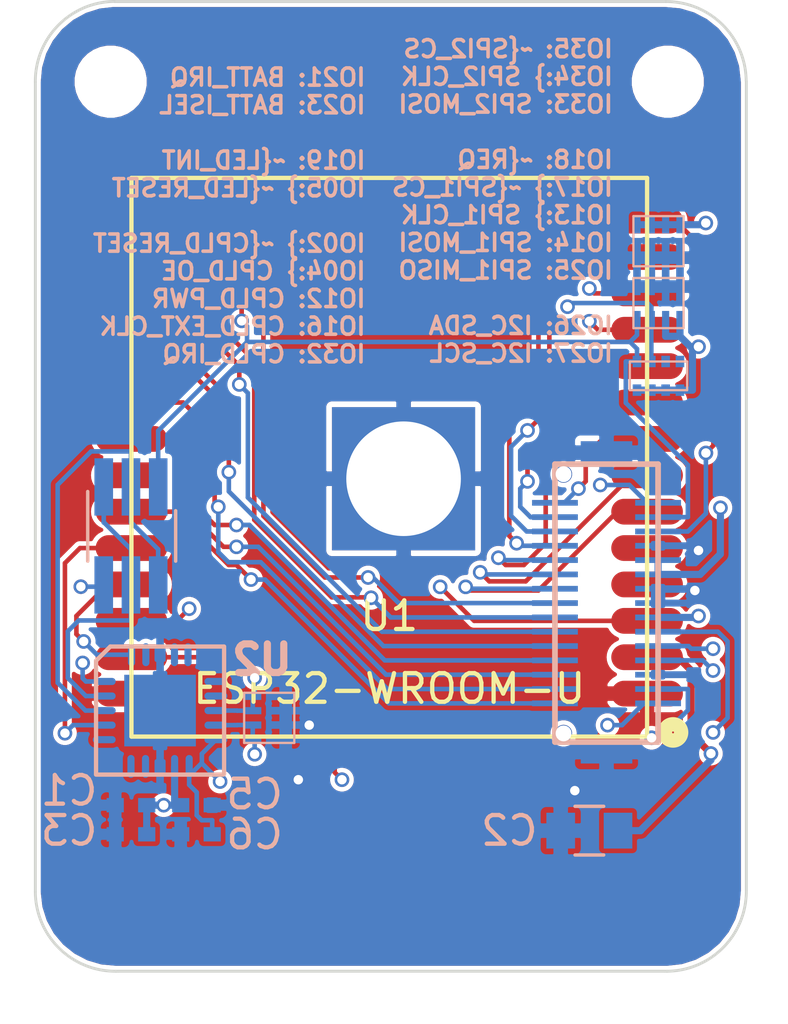
<source format=kicad_pcb>
(kicad_pcb (version 20171130) (host pcbnew 5.0.0)
  (title_block (title "WROOM32 Compute PCB") (date 2018-12-29) (rev 2) (company "Manuvr, Inc"))
  (layers (0 F.Cu signal hide) (1 Inner1.Cu signal hide) (2 Inner2.Cu signal hide) (31 B.Cu signal hide) (34 B.Paste user) (35 F.Paste user) (36 B.SilkS user) (37 F.SilkS user) (38 B.Mask user) (39 F.Mask user) (44 Edge.Cuts user))
  (net 0 "")
  (net 1 /VCCUSB)
  (net 2 GND)
  (net 3 /FTDI_RESET)
  (net 4 /VCC0)
  (net 5 "Net-(QA_NPN1-Pad1)")
  (net 6 "Net-(QA_NPN1-Pad2)")
  (net 7 /PIN_0)
  (net 8 /CHIP_PU)
  (net 9 /RxD)
  (net 10 /TxD)
  (net 11 /USB_D-)
  (net 12 /USB_D+)
  (net 13 /SPI2_MOSI)
  (net 14 /I2C_SCL)
  (net 15 /SPI2_CS)
  (net 16 /I2C_SDA)
  (net 17 /SPI2_CLK)
  (net 18 /~CPLD_RESET)
  (net 19 /IRQ_WAKEUP)
  (net 20 /SPI1_MISO)
  (net 21 /SPI1_MOSI)
  (net 22 /SPI1_CLK)
  (net 23 /CPLD_OE)
  (net 24 /CPLD_EXT_CLK)
  (net 25 /~REQ)
  (net 26 /ALERT)
  (net 27 /~LED_INT)
  (net 28 /~SHUTDOWN)
  (net 29 /~LED_RESET)
  (net 30 /ISEL)
  (net 31 /SPI1_CS)
  (net 32 "Net-(RP1-Pad7)")
  (net 33 "Net-(RP1-Pad8)")
  (net 34 "Net-(U1-Pad32)")
  (net 35 "Net-(U1-Pad23)")
  (net 36 "Net-(U1-Pad22)")
  (net 37 "Net-(U1-Pad21)")
  (net 38 "Net-(U1-Pad20)")
  (net 39 "Net-(U1-Pad19)")
  (net 40 "Net-(U1-Pad18)")
  (net 41 "Net-(U1-Pad17)")
  (net 42 "Net-(U1-Pad5)")
  (net 43 "Net-(U1-Pad4)")
  (net 44 "Net-(U2-Pad2)")
  (net 45 "Net-(U2-Pad4)")
  (net 46 "Net-(U2-Pad5)")
  (net 47 "Net-(U2-Pad6)")
  (net 48 "Net-(U2-Pad7)")
  (net 49 "Net-(U2-Pad14)")
  (net 50 "Net-(U2-Pad15)")
  (net 51 "Net-(U2-Pad16)")
  (module ESP32-footprints-Lib:ESP32-WROOM-U (layer F.Cu) (at 30.226 36.83)
    (fp_text reference U1 (at 0 2.54 180) (layer F.SilkS))
    (fp_text value ESP32-WROOM_U hide)
    (fp_text user ESP32-WROOM-U (at 0 5.08 180) (layer F.SilkS))
    (pad 39 thru_hole rect (at 0.5 -2.25) (size 5 5) (drill 4) (layers *.Cu *.Mask) (net 2 GND))
    (pad 1 smd oval (at 9 5.25) (size 2.5 0.9) (layers F.Cu F.Paste F.Mask) (net 2 GND))
    (pad 2 smd oval (at 9 3.98) (size 2.5 0.9) (layers F.Cu F.Paste F.Mask) (net 4 /VCC0))
    (pad 3 smd oval (at 9 2.71) (size 2.5 0.9) (layers F.Cu F.Paste F.Mask) (net 8 /CHIP_PU))
    (pad 4 smd oval (at 9 1.44) (size 2.5 0.9) (layers F.Cu F.Paste F.Mask) (net 43 "Net-(U1-Pad4)"))
    (pad 5 smd oval (at 9 0.17) (size 2.5 0.9) (layers F.Cu F.Paste F.Mask) (net 42 "Net-(U1-Pad5)"))
    (pad 6 smd oval (at 9 -1.1) (size 2.5 0.9) (layers F.Cu F.Paste F.Mask) (net 17 /SPI2_CLK))
    (pad 7 smd oval (at 9 -2.37) (size 2.5 0.9) (layers F.Cu F.Paste F.Mask) (net 15 /SPI2_CS))
    (pad 8 smd oval (at 9 -3.64) (size 2.5 0.9) (layers F.Cu F.Paste F.Mask) (net 19 /IRQ_WAKEUP))
    (pad 9 smd oval (at 9 -4.91) (size 2.5 0.9) (layers F.Cu F.Paste F.Mask) (net 13 /SPI2_MOSI))
    (pad 10 smd oval (at 9 -6.18) (size 2.5 0.9) (layers F.Cu F.Paste F.Mask) (net 20 /SPI1_MISO))
    (pad 11 smd oval (at 9 -7.45) (size 2.5 0.9) (layers F.Cu F.Paste F.Mask) (net 16 /I2C_SDA))
    (pad 12 smd oval (at 9 -8.72) (size 2.5 0.9) (layers F.Cu F.Paste F.Mask) (net 14 /I2C_SCL))
    (pad 13 smd oval (at 9 -9.99) (size 2.5 0.9) (layers F.Cu F.Paste F.Mask) (net 21 /SPI1_MOSI))
    (pad 14 smd oval (at 9 -11.26) (size 2.5 0.9) (layers F.Cu F.Paste F.Mask) (net 28 /~SHUTDOWN))
    (pad 15 smd oval (at 5.715 -12.75) (size 0.9 2.5) (layers F.Cu F.Paste F.Mask) (net 2 GND))
    (pad 16 smd oval (at 4.445 -12.75) (size 0.9 2.5) (layers F.Cu F.Paste F.Mask) (net 22 /SPI1_CLK))
    (pad 17 smd oval (at 3.175 -12.75) (size 0.9 2.5) (layers F.Cu F.Paste F.Mask) (net 41 "Net-(U1-Pad17)"))
    (pad 18 smd oval (at 1.905 -12.75) (size 0.9 2.5) (layers F.Cu F.Paste F.Mask) (net 40 "Net-(U1-Pad18)"))
    (pad 19 smd oval (at 0.635 -12.75) (size 0.9 2.5) (layers F.Cu F.Paste F.Mask) (net 39 "Net-(U1-Pad19)"))
    (pad 20 smd oval (at -0.635 -12.75) (size 0.9 2.5) (layers F.Cu F.Paste F.Mask) (net 38 "Net-(U1-Pad20)"))
    (pad 21 smd oval (at -1.905 -12.75) (size 0.9 2.5) (layers F.Cu F.Paste F.Mask) (net 37 "Net-(U1-Pad21)"))
    (pad 22 smd oval (at -3.175 -12.75) (size 0.9 2.5) (layers F.Cu F.Paste F.Mask) (net 36 "Net-(U1-Pad22)"))
    (pad 23 smd oval (at -4.445 -12.75) (size 0.9 2.5) (layers F.Cu F.Paste F.Mask) (net 35 "Net-(U1-Pad23)"))
    (pad 24 smd oval (at -5.715 -12.75) (size 0.9 2.5) (layers F.Cu F.Paste F.Mask) (net 18 /~CPLD_RESET))
    (pad 25 smd oval (at -9 -11.26) (size 2.5 0.9) (layers F.Cu F.Paste F.Mask) (net 7 /PIN_0))
    (pad 26 smd oval (at -9 -9.99) (size 2.5 0.9) (layers F.Cu F.Paste F.Mask) (net 23 /CPLD_OE))
    (pad 27 smd oval (at -9 -8.72) (size 2.5 0.9) (layers F.Cu F.Paste F.Mask) (net 24 /CPLD_EXT_CLK))
    (pad 28 smd oval (at -9 -7.45) (size 2.5 0.9) (layers F.Cu F.Paste F.Mask) (net 31 /SPI1_CS))
    (pad 29 smd oval (at -9 -6.18) (size 2.5 0.9) (layers F.Cu F.Paste F.Mask) (net 29 /~LED_RESET))
    (pad 30 smd oval (at -9 -4.91) (size 2.5 0.9) (layers F.Cu F.Paste F.Mask) (net 25 /~REQ))
    (pad 31 smd oval (at -9 -3.64) (size 2.5 0.9) (layers F.Cu F.Paste F.Mask) (net 27 /~LED_INT))
    (pad 32 smd oval (at -9 -2.37) (size 2.5 0.9) (layers F.Cu F.Paste F.Mask) (net 34 "Net-(U1-Pad32)"))
    (pad 33 smd oval (at -9 -1.1) (size 2.5 0.9) (layers F.Cu F.Paste F.Mask) (net 26 /ALERT))
    (pad 34 smd oval (at -9 0.17) (size 2.5 0.9) (layers F.Cu F.Paste F.Mask) (net 10 /TxD))
    (pad 35 smd oval (at -9 1.44) (size 2.5 0.9) (layers F.Cu F.Paste F.Mask) (net 9 /RxD))
    (pad 36 smd oval (at -9 2.71) (size 2.5 0.9) (layers F.Cu F.Paste F.Mask) (net 3 /FTDI_RESET))
    (pad 37 smd oval (at -9 3.98) (size 2.5 0.9) (layers F.Cu F.Paste F.Mask) (net 30 /ISEL))
    (pad 38 smd oval (at -9 5.25) (size 2.5 0.9) (layers F.Cu F.Paste F.Mask) (net 2 GND))
  )
  (module Mounting_Holes:MountingHole_2.2mm_M2_DIN965 (layer F.Cu) (at 39.95 20.72)
    (fp_text reference mh1 hide)
    (fp_text value MountingHole_2.2mm_M2_DIN965 hide)
    (pad "" np_thru_hole circle (at 0 0) (size 2.2 2.2) (drill 2.2) (layers *.Cu *.Mask))
  )
  (module r2Parts:LFCSP_WQ20 (layer B.Cu) (at 22.225 42.672 270)
    (fp_text reference U2 (at -1.778 -3.556 180) (layer B.SilkS) (effects (font (size 1.00076 1.00076) (thickness 0.25019)) (justify mirror)))
    (fp_text value FT231XS hide)
    (pad 1 smd oval (at -1.95 0.99568 270) (size 0.8001 0.24892) (layers B.Cu B.Paste B.Mask) (net 9 /RxD))
    (pad 2 smd oval (at -1.95 0.4953 270) (size 0.8001 0.24892) (layers B.Cu B.Paste B.Mask) (net 44 "Net-(U2-Pad2)"))
    (pad 3 smd oval (at -1.95 0 270) (size 0.8001 0.24892) (layers B.Cu B.Paste B.Mask) (net 2 GND))
    (pad 4 smd oval (at -1.95 -0.50292 270) (size 0.8001 0.24892) (layers B.Cu B.Paste B.Mask) (net 45 "Net-(U2-Pad4)"))
    (pad 5 smd oval (at -1.95 -0.975 270) (size 0.8001 0.24892) (layers B.Cu B.Paste B.Mask) (net 46 "Net-(U2-Pad5)"))
    (pad 6 smd oval (at -1.016 -1.95 180) (size 0.8001 0.25) (layers B.Cu B.Paste B.Mask) (net 47 "Net-(U2-Pad6)"))
    (pad 7 smd oval (at -0.508 -1.95 180) (size 0.8001 0.25) (layers B.Cu B.Paste B.Mask) (net 48 "Net-(U2-Pad7)"))
    (pad 8 smd oval (at 0 -1.95 180) (size 0.8001 0.25) (layers B.Cu B.Paste B.Mask) (net 12 /USB_D+))
    (pad 9 smd oval (at 0.508 -1.95 180) (size 0.8001 0.25) (layers B.Cu B.Paste B.Mask) (net 11 /USB_D-))
    (pad 10 smd oval (at 1.016 -1.95 180) (size 0.8001 0.25) (layers B.Cu B.Paste B.Mask) (net 3 /FTDI_RESET))
    (pad 11 smd oval (at 1.95 -1.016 90) (size 0.8001 0.24892) (layers B.Cu B.Paste B.Mask) (net 3 /FTDI_RESET))
    (pad 12 smd oval (at 1.95 -0.508 90) (size 0.8001 0.24892) (layers B.Cu B.Paste B.Mask) (net 1 /VCCUSB))
    (pad 13 smd oval (at 1.95 0 90) (size 0.8001 0.24892) (layers B.Cu B.Paste B.Mask) (net 2 GND))
    (pad 14 smd oval (at 1.95 0.508 90) (size 0.8001 0.24892) (layers B.Cu B.Paste B.Mask) (net 49 "Net-(U2-Pad14)"))
    (pad 15 smd oval (at 1.95 1.016 90) (size 0.8001 0.24892) (layers B.Cu B.Paste B.Mask) (net 50 "Net-(U2-Pad15)"))
    (pad 16 smd oval (at 1.016 1.95) (size 0.8001 0.24892) (layers B.Cu B.Paste B.Mask) (net 51 "Net-(U2-Pad16)"))
    (pad 17 smd oval (at 0.508 1.95) (size 0.8001 0.24892) (layers B.Cu B.Paste B.Mask) (net 10 /TxD))
    (pad 18 smd oval (at 0 1.95) (size 0.8001 0.24892) (layers B.Cu B.Paste B.Mask) (net 6 "Net-(QA_NPN1-Pad2)"))
    (pad 19 smd oval (at -0.508 1.95) (size 0.8001 0.24892) (layers B.Cu B.Paste B.Mask) (net 5 "Net-(QA_NPN1-Pad1)"))
    (pad 20 smd oval (at -1.016 1.95) (size 0.8001 0.24892) (layers B.Cu B.Paste B.Mask) (net 3 /FTDI_RESET))
    (pad 21 smd rect (at 0 0 270) (size 2.5 2.5) (layers B.Cu B.Paste B.Mask) (net 2 GND))
  )
  (module Capacitors_SMD:C_0402_NoSilk (layer B.Cu) (at 21.209 45.974 180)
    (fp_text reference C1 (at 2.159 0.508 180) (layer B.SilkS) (effects (justify mirror)))
    (fp_text value 10nF hide)
    (pad 1 smd rect (at -0.55 0 180) (size 0.6 0.5) (layers B.Cu B.Paste B.Mask) (net 1 /VCCUSB))
    (pad 2 smd rect (at 0.55 0 180) (size 0.6 0.5) (layers B.Cu B.Paste B.Mask) (net 2 GND))
  )
  (module Capacitors_SMD:C_0402_NoSilk (layer B.Cu) (at 21.209 46.99 180)
    (fp_text reference C3 (at 2.159 0.127 180) (layer B.SilkS) (effects (justify mirror)))
    (fp_text value 4.7uF hide)
    (pad 1 smd rect (at -0.55 0 180) (size 0.6 0.5) (layers B.Cu B.Paste B.Mask) (net 1 /VCCUSB))
    (pad 2 smd rect (at 0.55 0 180) (size 0.6 0.5) (layers B.Cu B.Paste B.Mask) (net 2 GND))
  )
  (module Capacitors_SMD:C_0402_NoSilk (layer B.Cu) (at 23.495 45.974)
    (fp_text reference C5 (at 2.032 -0.381) (layer B.SilkS) (effects (justify mirror)))
    (fp_text value 0.1uF hide)
    (pad 1 smd rect (at -0.55 0) (size 0.6 0.5) (layers B.Cu B.Paste B.Mask) (net 1 /VCCUSB))
    (pad 2 smd rect (at 0.55 0) (size 0.6 0.5) (layers B.Cu B.Paste B.Mask) (net 2 GND))
  )
  (module Capacitors_SMD:C_0402_NoSilk (layer B.Cu) (at 23.495 46.99 180)
    (fp_text reference C6 (at -2.032 0 180) (layer B.SilkS) (effects (justify mirror)))
    (fp_text value 0.1uF hide)
    (pad 1 smd rect (at -0.55 0 180) (size 0.6 0.5) (layers B.Cu B.Paste B.Mask) (net 3 /FTDI_RESET))
    (pad 2 smd rect (at 0.55 0 180) (size 0.6 0.5) (layers B.Cu B.Paste B.Mask) (net 2 GND))
  )
  (module r2Parts:CapArray_CKCL44 (layer B.Cu) (at 39.624 28.448)
    (fp_text reference CARY3 hide)
    (fp_text value 100nF hide)
    (pad 1 smd rect (at -0.75 -0.575) (size 0.25 0.6) (layers B.Cu B.Paste B.Mask) (net 2 GND))
    (pad 2 smd rect (at -0.75 0.575) (size 0.25 0.6) (layers B.Cu B.Paste B.Mask) (net 7 /PIN_0))
    (pad 3 smd rect (at -0.25 -0.575) (size 0.25 0.6) (layers B.Cu B.Paste B.Mask) (net 2 GND))
    (pad 4 smd rect (at -0.25 0.575) (size 0.25 0.6) (layers B.Cu B.Paste B.Mask) (net 8 /CHIP_PU))
    (pad 5 smd rect (at 0.25 -0.575) (size 0.25 0.6) (layers B.Cu B.Paste B.Mask) (net 2 GND))
    (pad 6 smd rect (at 0.25 0.575) (size 0.25 0.6) (layers B.Cu B.Paste B.Mask) (net 4 /VCC0))
    (pad 7 smd rect (at 0.75 -0.575) (size 0.25 0.6) (layers B.Cu B.Paste B.Mask) (net 2 GND))
    (pad 8 smd rect (at 0.75 0.575) (size 0.25 0.6) (layers B.Cu B.Paste B.Mask) (net 4 /VCC0))
  )
  (module r2Parts:RES_4_EXBN8V (layer B.Cu) (at 39.624 30.988 270)
    (fp_text reference RP1 hide)
    (fp_text value 15k hide)
    (pad 1 smd rect (at 0.5 -0.75 270) (size 0.4 0.3) (layers B.Cu B.Paste B.Mask) (net 4 /VCC0))
    (pad 2 smd rect (at 0.5 -0.25 270) (size 0.4 0.3) (layers B.Cu B.Paste B.Mask) (net 4 /VCC0))
    (pad 3 smd rect (at 0.5 0.25 270) (size 0.4 0.3) (layers B.Cu B.Paste B.Mask) (net 4 /VCC0))
    (pad 4 smd rect (at 0.5 0.75 270) (size 0.4 0.3) (layers B.Cu B.Paste B.Mask) (net 4 /VCC0))
    (pad 5 smd rect (at -0.5 0.75 270) (size 0.4 0.3) (layers B.Cu B.Paste B.Mask) (net 7 /PIN_0))
    (pad 6 smd rect (at -0.5 0.25 270) (size 0.4 0.3) (layers B.Cu B.Paste B.Mask) (net 8 /CHIP_PU))
    (pad 7 smd rect (at -0.5 -0.25 270) (size 0.4 0.3) (layers B.Cu B.Paste B.Mask) (net 32 "Net-(RP1-Pad7)"))
    (pad 8 smd rect (at -0.5 -0.75 270) (size 0.4 0.3) (layers B.Cu B.Paste B.Mask) (net 33 "Net-(RP1-Pad8)"))
  )
  (module Mounting_Holes:MountingHole_2.2mm_M2_DIN965 (layer F.Cu) (at 20.5 20.72)
    (fp_text reference mh0 hide)
    (fp_text value MountingHole_2.2mm_M2_DIN965 hide)
    (pad "" np_thru_hole circle (at 0 0) (size 2.2 2.2) (drill 2.2) (layers *.Cu *.Mask))
  )
  (module manuvr_logo:ManuvrLogo (layer F.Cu) (at 38.862 48.641 35)
    (fp_text reference P4 hide)
    (fp_text value CONN_01X01 hide)
    (fp_poly (pts (xy 2.51714 1.10998) (xy 2.51714 1.26492) (xy 2.5019 1.41986) (xy 2.47396 1.57226) (xy 2.43332 1.72212) (xy 2.38252 1.86436) (xy 2.3241 1.99136) (xy 2.25298 2.11582) (xy 2.17678 2.23266) (xy 2.08788 2.34442) (xy 2.00914 2.42824) (xy 1.94564 2.4892) (xy 1.94564 1.13792) (xy 1.93802 1.01854) (xy 1.92278 0.9271) (xy 1.88722 0.79756) (xy 1.8415 0.67818) (xy 1.78562 0.56134) (xy 1.71704 0.45466) (xy 1.6383 0.35306) (xy 1.5494 0.26416) (xy 1.45034 0.18034) (xy 1.34366 0.10922) (xy 1.22936 0.0508) (xy 1.10998 0.00254) (xy 1.10236 0) (xy 1.04394 -0.01778) (xy 0.99568 -0.03048) (xy 0.94742 -0.04318) (xy 0.9017 -0.04826) (xy 0.85344 -0.05334) (xy 0.8001 -0.05588) (xy 0.7366 -0.05842) (xy 0.70866 -0.05842) (xy 0.64008 -0.05842) (xy 0.58166 -0.05588) (xy 0.53086 -0.0508) (xy 0.48514 -0.04572) (xy 0.43942 -0.03556) (xy 0.39116 -0.02286) (xy 0.33782 -0.00508) (xy 0.31496 0) (xy 0.19304 0.04826) (xy 0.0762 0.10668) (xy -0.02794 0.1778) (xy -0.12446 0.25654) (xy -0.21336 0.34798) (xy -0.29464 0.44704) (xy -0.36322 0.55372) (xy -0.4191 0.66802) (xy -0.46736 0.7874) (xy -0.50038 0.9144) (xy -0.5207 1.03886) (xy -0.52578 1.09474) (xy -0.52832 1.16078) (xy -0.52578 1.2319) (xy -0.5207 1.30048) (xy -0.51308 1.36398) (xy -0.508 1.40462) (xy -0.47498 1.53416) (xy -0.42926 1.65608) (xy -0.37338 1.77292) (xy -0.3048 1.88214) (xy -0.22606 1.9812) (xy -0.13716 2.07518) (xy -0.04064 2.15646) (xy 0.0635 2.23012) (xy 0.1778 2.29108) (xy 0.29972 2.34188) (xy 0.32004 2.34696) (xy 0.4445 2.38252) (xy 0.5715 2.40284) (xy 0.70104 2.41046) (xy 0.83312 2.40284) (xy 0.9271 2.39014) (xy 1.05156 2.3622) (xy 1.17348 2.32156) (xy 1.28778 2.26568) (xy 1.397 2.20218) (xy 1.4986 2.12598) (xy 1.59258 2.03962) (xy 1.6764 1.9431) (xy 1.75006 1.83896) (xy 1.8161 1.7272) (xy 1.8669 1.6129) (xy 1.90246 1.50114) (xy 1.92786 1.3843) (xy 1.9431 1.26238) (xy 1.94564 1.13792) (xy 1.94564 2.4892) (xy 1.8923 2.54) (xy 1.76784 2.63906) (xy 1.63576 2.72542) (xy 1.49606 2.80162) (xy 1.34874 2.86512) (xy 1.19634 2.91592) (xy 1.18364 2.91846) (xy 1.08712 2.94132) (xy 0.98552 2.9591) (xy 0.87884 2.9718) (xy 0.7747 2.97942) (xy 0.6731 2.98196) (xy 0.58928 2.97942) (xy 0.42418 2.9591) (xy 0.26416 2.92608) (xy 0.11176 2.88036) (xy -0.03302 2.82194) (xy -0.17526 2.75082) (xy -0.30734 2.667) (xy -0.43688 2.57302) (xy -0.45466 2.55778) (xy -0.5715 2.4511) (xy -0.67818 2.33426) (xy -0.77216 2.2098) (xy -0.85598 2.07772) (xy -0.92964 1.93802) (xy -0.9906 1.79324) (xy -1.03632 1.64338) (xy -1.07188 1.49098) (xy -1.0922 1.33604) (xy -1.09728 1.24206) (xy -1.09982 1.14046) (xy -1.09474 1.03378) (xy -1.08458 0.93218) (xy -1.06934 0.83566) (xy -1.05918 0.7874) (xy -1.01854 0.63246) (xy -0.9652 0.48514) (xy -0.9017 0.34544) (xy -0.8255 0.21082) (xy -0.7366 0.08382) (xy -0.64008 -0.03048) (xy -0.5334 -0.14224) (xy -0.4191 -0.2413) (xy -0.29464 -0.33274) (xy -0.1651 -0.41148) (xy -0.02794 -0.48006) (xy 0.1143 -0.53594) (xy 0.26416 -0.58166) (xy 0.35052 -0.60198) (xy 0.42672 -0.61468) (xy 0.49276 -0.62484) (xy 0.5588 -0.62992) (xy 0.62738 -0.635) (xy 0.70358 -0.635) (xy 0.7112 -0.635) (xy 0.86614 -0.62992) (xy 1.016 -0.61214) (xy 1.16078 -0.57912) (xy 1.30556 -0.53594) (xy 1.4478 -0.48006) (xy 1.53416 -0.43688) (xy 1.67132 -0.36068) (xy 1.79832 -0.27178) (xy 1.9177 -0.17272) (xy 2.02946 -0.06604) (xy 2.12852 0.0508) (xy 2.21996 0.17526) (xy 2.2987 0.30734) (xy 2.36728 0.4445) (xy 2.42316 0.58928) (xy 2.46634 0.7366) (xy 2.49936 0.889) (xy 2.50698 0.95504) (xy 2.51714 1.10998)) (layer F.Cu) (width 0.00254))
    (fp_poly (pts (xy -1.45288 0.77978) (xy -1.46304 0.83566) (xy -1.47574 0.92456) (xy -1.48336 1.02362) (xy -1.4859 1.12776) (xy -1.4859 1.2319) (xy -1.48082 1.33604) (xy -1.4732 1.43256) (xy -1.46558 1.48336) (xy -1.4605 1.51892) (xy -1.45796 1.5494) (xy -1.45542 1.56972) (xy -1.45288 1.58242) (xy -1.45796 1.57988) (xy -1.4732 1.56464) (xy -1.49606 1.54178) (xy -1.52908 1.5113) (xy -1.56972 1.47066) (xy -1.61544 1.42494) (xy -1.66878 1.3716) (xy -1.7272 1.31318) (xy -1.79324 1.24714) (xy -1.86436 1.17856) (xy -1.93802 1.10236) (xy -2.01676 1.02616) (xy -2.09804 0.94234) (xy -2.18186 0.85852) (xy -2.19456 0.84582) (xy -2.29362 0.74676) (xy -2.38506 0.65532) (xy -2.46634 0.57404) (xy -2.54 0.50038) (xy -2.60604 0.43434) (xy -2.66446 0.37592) (xy -2.71526 0.32512) (xy -2.75844 0.2794) (xy -2.79654 0.2413) (xy -2.82956 0.20574) (xy -2.8575 0.1778) (xy -2.88036 0.15494) (xy -2.89814 0.13462) (xy -2.91338 0.11684) (xy -2.92354 0.10414) (xy -2.9337 0.09144) (xy -2.94132 0.08382) (xy -2.9464 0.0762) (xy -2.94894 0.06858) (xy -2.95148 0.0635) (xy -2.96164 0.0381) (xy -2.96926 0.01778) (xy -2.9718 -0.00254) (xy -2.9718 -0.03302) (xy -2.9718 -0.04826) (xy -2.96926 -0.1016) (xy -2.9591 -0.14732) (xy -2.94132 -0.18796) (xy -2.91338 -0.22606) (xy -2.90068 -0.23876) (xy -2.86004 -0.27686) (xy -2.8194 -0.3048) (xy -2.77368 -0.32258) (xy -2.76098 -0.32766) (xy -2.69748 -0.33528) (xy -2.63652 -0.33274) (xy -2.5781 -0.31242) (xy -2.54762 -0.29972) (xy -2.53746 -0.2921) (xy -2.52222 -0.27686) (xy -2.49682 -0.25654) (xy -2.46634 -0.22606) (xy -2.42824 -0.1905) (xy -2.37998 -0.14478) (xy -2.3241 -0.0889) (xy -2.2606 -0.0254) (xy -2.18694 0.04318) (xy -2.10566 0.12446) (xy -2.01422 0.2159) (xy -1.98374 0.24892) (xy -1.45288 0.77978)) (layer F.Cu) (width 0.00254))
    (fp_poly (pts (xy -0.53594 -0.63754) (xy -0.58928 -0.59944) (xy -0.69342 -0.51816) (xy -0.79502 -0.42672) (xy -0.89662 -0.32766) (xy -0.9906 -0.21844) (xy -1.05918 -0.12954) (xy -1.10744 -0.06858) (xy -1.1049 -1.42494) (xy -1.10236 -2.7813) (xy -1.0795 -2.82956) (xy -1.04648 -2.8829) (xy -1.0033 -2.92862) (xy -0.94996 -2.96418) (xy -0.9398 -2.9718) (xy -0.9144 -2.98196) (xy -0.89662 -2.98958) (xy -0.8763 -2.99212) (xy -0.8509 -2.99466) (xy -0.82042 -2.99466) (xy -0.7874 -2.99466) (xy -0.76454 -2.99212) (xy -0.74422 -2.98704) (xy -0.7239 -2.98196) (xy -0.70104 -2.96926) (xy -0.69596 -2.96672) (xy -0.64008 -2.9337) (xy -0.5969 -2.88798) (xy -0.56134 -2.83464) (xy -0.5588 -2.82956) (xy -0.53848 -2.78892) (xy -0.53594 -1.7145) (xy -0.53594 -0.63754)) (layer F.Cu) (width 0.00254))
    (fp_poly (pts (xy 2.50952 -1.4351) (xy 2.50952 -1.27762) (xy 2.50952 -1.18364) (xy 2.50698 -0.09398) (xy 2.4765 -0.13462) (xy 2.40284 -0.2286) (xy 2.31902 -0.32258) (xy 2.22758 -0.41402) (xy 2.1336 -0.50038) (xy 2.03962 -0.57658) (xy 1.96596 -0.63246) (xy 1.93294 -0.65532) (xy 1.93294 -1.47066) (xy 1.93294 -1.6002) (xy 1.93294 -1.7145) (xy 1.93294 -1.8161) (xy 1.93294 -1.90754) (xy 1.93294 -1.98628) (xy 1.93294 -2.05486) (xy 1.93294 -2.11582) (xy 1.93548 -2.16662) (xy 1.93548 -2.2098) (xy 1.93548 -2.2479) (xy 1.93802 -2.27838) (xy 1.94056 -2.30378) (xy 1.9431 -2.3241) (xy 1.94564 -2.34188) (xy 1.94818 -2.35458) (xy 1.95326 -2.36728) (xy 1.9558 -2.37744) (xy 1.96088 -2.3876) (xy 1.9685 -2.39776) (xy 1.97358 -2.40538) (xy 2.00406 -2.45364) (xy 2.04724 -2.49174) (xy 2.09804 -2.52222) (xy 2.15392 -2.54254) (xy 2.2098 -2.55016) (xy 2.26314 -2.54762) (xy 2.32664 -2.52984) (xy 2.37998 -2.49936) (xy 2.42824 -2.46126) (xy 2.46634 -2.413) (xy 2.49174 -2.35712) (xy 2.50444 -2.31394) (xy 2.50444 -2.30124) (xy 2.50444 -2.2733) (xy 2.50698 -2.23266) (xy 2.50698 -2.17932) (xy 2.50698 -2.11074) (xy 2.50952 -2.02946) (xy 2.50952 -1.93548) (xy 2.50952 -1.8288) (xy 2.50952 -1.70942) (xy 2.50952 -1.57734) (xy 2.50952 -1.4351)) (layer F.Cu) (width 0.00254))
    (fp_poly (pts (xy 1.5494 -1.41986) (xy 1.5494 -1.3208) (xy 1.5494 -1.2319) (xy 1.5494 -1.14808) (xy 1.5494 -1.07442) (xy 1.5494 -1.01092) (xy 1.54686 -0.95758) (xy 1.54686 -0.9144) (xy 1.54686 -0.88392) (xy 1.54686 -0.86614) (xy 1.54686 -0.86106) (xy 1.5367 -0.8636) (xy 1.52908 -0.86614) (xy 1.51892 -0.87122) (xy 1.4986 -0.87884) (xy 1.46812 -0.889) (xy 1.4351 -0.9017) (xy 1.42494 -0.90424) (xy 1.33858 -0.93218) (xy 1.24714 -0.95758) (xy 1.15316 -0.98044) (xy 1.0668 -0.99568) (xy 1.05156 -0.99822) (xy 0.97282 -1.01092) (xy 0.97536 -1.93802) (xy 0.97536 -2.86766) (xy 0.99314 -2.90576) (xy 1.02362 -2.96418) (xy 1.06172 -3.01244) (xy 1.10998 -3.048) (xy 1.16586 -3.0734) (xy 1.22682 -3.08864) (xy 1.26238 -3.09118) (xy 1.32588 -3.08356) (xy 1.3843 -3.06324) (xy 1.4351 -3.03276) (xy 1.48082 -2.99212) (xy 1.51638 -2.93878) (xy 1.53162 -2.9083) (xy 1.54686 -2.86766) (xy 1.5494 -1.86436) (xy 1.5494 -1.74498) (xy 1.5494 -1.63068) (xy 1.5494 -1.52146) (xy 1.5494 -1.41986)) (layer F.Cu) (width 0.00254))
    (fp_poly (pts (xy 0.56388 -1.02362) (xy 0.52324 -1.01854) (xy 0.4064 -1.0033) (xy 0.29972 -0.98552) (xy 0.20066 -0.9652) (xy 0.10414 -0.9398) (xy 0.1016 -0.9398) (xy 0.06604 -0.92964) (xy 0.0381 -0.91948) (xy 0.0127 -0.9144) (xy 0 -0.91186) (xy -0.0127 -0.90678) (xy -0.0127 -1.99136) (xy -0.0127 -2.15138) (xy -0.0127 -2.2987) (xy -0.0127 -2.43586) (xy -0.0127 -2.56032) (xy -0.0127 -2.67462) (xy -0.01016 -2.77368) (xy -0.01016 -2.86258) (xy -0.01016 -2.93878) (xy -0.01016 -2.99974) (xy -0.00762 -3.048) (xy -0.00762 -3.08356) (xy -0.00762 -3.10388) (xy -0.00508 -3.1115) (xy 0.01016 -3.16992) (xy 0.0381 -3.22072) (xy 0.0762 -3.26644) (xy 0.12192 -3.302) (xy 0.17526 -3.32994) (xy 0.23114 -3.34518) (xy 0.28956 -3.34772) (xy 0.32258 -3.34264) (xy 0.38354 -3.32486) (xy 0.43942 -3.29438) (xy 0.48514 -3.25374) (xy 0.52324 -3.20294) (xy 0.53848 -3.175) (xy 0.5588 -3.12674) (xy 0.56134 -2.07518) (xy 0.56388 -1.02362)) (layer F.Cu) (width 0.00254))
    (fp_poly (pts (xy 1.54432 1.17094) (xy 1.5367 1.27762) (xy 1.51892 1.38176) (xy 1.4859 1.47828) (xy 1.44272 1.57226) (xy 1.38938 1.65608) (xy 1.32588 1.73482) (xy 1.25222 1.80594) (xy 1.17348 1.8669) (xy 1.08458 1.9177) (xy 0.9906 1.95834) (xy 0.889 1.98628) (xy 0.78232 2.00152) (xy 0.73914 2.00406) (xy 0.70612 2.0066) (xy 0.6731 2.0066) (xy 0.6477 2.0066) (xy 0.63754 2.00406) (xy 0.52832 1.98628) (xy 0.42672 1.9558) (xy 0.3302 1.91516) (xy 0.2413 1.86436) (xy 0.16002 1.80086) (xy 0.0889 1.73228) (xy 0.0254 1.65354) (xy -0.0254 1.56718) (xy -0.06858 1.47574) (xy -0.09906 1.37668) (xy -0.11938 1.27508) (xy -0.12446 1.1684) (xy -0.12446 1.12776) (xy -0.11176 1.02108) (xy -0.08636 0.91948) (xy -0.04826 0.82042) (xy 0 0.72898) (xy 0.05842 0.64516) (xy 0.12954 0.56896) (xy 0.21082 0.50292) (xy 0.29718 0.4445) (xy 0.39624 0.39878) (xy 0.45212 0.37592) (xy 0.51054 0.36068) (xy 0.56388 0.34798) (xy 0.61976 0.34036) (xy 0.68072 0.33782) (xy 0.74676 0.34036) (xy 0.8255 0.34544) (xy 0.89916 0.35814) (xy 0.96774 0.37592) (xy 1.03632 0.40386) (xy 1.06172 0.41402) (xy 1.15824 0.46736) (xy 1.2446 0.53086) (xy 1.3208 0.60452) (xy 1.38684 0.68326) (xy 1.44272 0.77216) (xy 1.48844 0.86614) (xy 1.51892 0.9652) (xy 1.53924 1.06934) (xy 1.54432 1.17094)) (layer F.Cu) (width 0.00254))
  )
  (module "r2Parts:DF12(4.0)-30DS-0.5V(86)" (layer B.Cu) (at 37.81 38.92)
    (fp_text reference P1 hide)
    (fp_text value HiRose-02X15 hide)
    (pad "" np_thru_hole circle (at -1.5 -4.5) (size 0.6 0.6) (drill 0.55) (layers *.Cu))
    (pad "" np_thru_hole circle (at -1.5 4.55) (size 0.6 0.6) (drill 0.55) (layers *.Cu))
    (pad N0 smd rect (at 0 5.2) (size 1.8 0.8) (layers B.Cu B.Paste B.Mask) (net 2 GND))
    (pad N1 smd rect (at 0 -5.25) (size 1.8 0.8) (layers B.Cu B.Paste B.Mask) (net 2 GND))
    (pad 1 smd rect (at -1.8 3.5) (size 1.6 0.2) (layers B.Cu B.Paste B.Mask) (net 26 /ALERT))
    (pad 2 smd rect (at -1.8 3) (size 1.6 0.2) (layers B.Cu B.Paste B.Mask) (net 29 /~LED_RESET))
    (pad 3 smd rect (at -1.8 2.5) (size 1.6 0.2) (layers B.Cu B.Paste B.Mask) (net 27 /~LED_INT))
    (pad 4 smd rect (at -1.8 2) (size 1.6 0.2) (layers B.Cu B.Paste B.Mask) (net 25 /~REQ))
    (pad 5 smd rect (at -1.8 1.5) (size 1.6 0.2) (layers B.Cu B.Paste B.Mask) (net 31 /SPI1_CS))
    (pad 6 smd rect (at -1.8 1) (size 1.6 0.2) (layers B.Cu B.Paste B.Mask) (net 24 /CPLD_EXT_CLK))
    (pad 7 smd rect (at -1.8 0.5) (size 1.6 0.2) (layers B.Cu B.Paste B.Mask) (net 23 /CPLD_OE))
    (pad 8 smd rect (at -1.8 0) (size 1.6 0.2) (layers B.Cu B.Paste B.Mask) (net 18 /~CPLD_RESET))
    (pad 9 smd rect (at -1.8 -0.5) (size 1.6 0.2) (layers B.Cu B.Paste B.Mask) (net 17 /SPI2_CLK))
    (pad 10 smd rect (at -1.8 -1) (size 1.6 0.2) (layers B.Cu B.Paste B.Mask) (net 15 /SPI2_CS))
    (pad 11 smd rect (at -1.8 -1.5) (size 1.6 0.2) (layers B.Cu B.Paste B.Mask) (net 13 /SPI2_MOSI))
    (pad 12 smd rect (at -1.8 -2) (size 1.6 0.2) (layers B.Cu B.Paste B.Mask) (net 22 /SPI1_CLK))
    (pad 13 smd rect (at -1.8 -2.5) (size 1.6 0.2) (layers B.Cu B.Paste B.Mask) (net 21 /SPI1_MOSI))
    (pad 14 smd rect (at -1.8 -3) (size 1.6 0.2) (layers B.Cu B.Paste B.Mask) (net 20 /SPI1_MISO))
    (pad 15 smd rect (at -1.8 -3.5) (size 1.6 0.2) (layers B.Cu B.Paste B.Mask) (net 19 /IRQ_WAKEUP))
    (pad 16 smd rect (at 1.8 -3.5 180) (size 1.6 0.2) (layers B.Cu B.Paste B.Mask) (net 8 /CHIP_PU))
    (pad 17 smd rect (at 1.8 -3 180) (size 1.6 0.2) (layers B.Cu B.Paste B.Mask) (net 7 /PIN_0))
    (pad 18 smd rect (at 1.8 -2.5 180) (size 1.6 0.2) (layers B.Cu B.Paste B.Mask) (net 28 /~SHUTDOWN))
    (pad 19 smd rect (at 1.8 -2 180) (size 1.6 0.2) (layers B.Cu B.Paste B.Mask) (net 2 GND))
    (pad 20 smd rect (at 1.8 -1.5 180) (size 1.6 0.2) (layers B.Cu B.Paste B.Mask) (net 4 /VCC0))
    (pad 21 smd rect (at 1.8 -1) (size 1.6 0.2) (layers B.Cu B.Paste B.Mask) (net 4 /VCC0))
    (pad 22 smd rect (at 1.8 -0.5) (size 1.6 0.2) (layers B.Cu B.Paste B.Mask) (net 2 GND))
    (pad 23 smd rect (at 1.8 0) (size 1.6 0.2) (layers B.Cu B.Paste B.Mask) (net 2 GND))
    (pad 24 smd rect (at 1.8 0.5) (size 1.6 0.2) (layers B.Cu B.Paste B.Mask) (net 1 /VCCUSB))
    (pad 25 smd rect (at 1.8 1) (size 1.6 0.2) (layers B.Cu B.Paste B.Mask) (net 30 /ISEL))
    (pad 26 smd rect (at 1.8 1.5) (size 1.6 0.2) (layers B.Cu B.Paste B.Mask) (net 16 /I2C_SDA))
    (pad 27 smd rect (at 1.8 2) (size 1.6 0.2) (layers B.Cu B.Paste B.Mask) (net 14 /I2C_SCL))
    (pad 28 smd rect (at 1.8 2.5) (size 1.6 0.2) (layers B.Cu B.Paste B.Mask) (net 2 GND))
    (pad 29 smd rect (at 1.8 3) (size 1.6 0.2) (layers B.Cu B.Paste B.Mask) (net 12 /USB_D+))
    (pad 30 smd rect (at 1.8 3.5) (size 1.6 0.2) (layers B.Cu B.Paste B.Mask) (net 11 /USB_D-))
  )
  (module r2Parts:CapArray_CKCL44 (layer B.Cu) (at 26.035 42.926 270)
    (fp_text reference CARY4 hide)
    (fp_text value 22pF hide)
    (pad 1 smd rect (at -0.75 -0.575 270) (size 0.25 0.6) (layers B.Cu B.Paste B.Mask) (net 2 GND))
    (pad 2 smd rect (at -0.75 0.575 270) (size 0.25 0.6) (layers B.Cu B.Paste B.Mask) (net 12 /USB_D+))
    (pad 3 smd rect (at -0.25 -0.575 270) (size 0.25 0.6) (layers B.Cu B.Paste B.Mask) (net 2 GND))
    (pad 4 smd rect (at -0.25 0.575 270) (size 0.25 0.6) (layers B.Cu B.Paste B.Mask) (net 12 /USB_D+))
    (pad 5 smd rect (at 0.25 -0.575 270) (size 0.25 0.6) (layers B.Cu B.Paste B.Mask) (net 2 GND))
    (pad 6 smd rect (at 0.25 0.575 270) (size 0.25 0.6) (layers B.Cu B.Paste B.Mask) (net 11 /USB_D-))
    (pad 7 smd rect (at 0.75 -0.575 270) (size 0.25 0.6) (layers B.Cu B.Paste B.Mask) (net 2 GND))
    (pad 8 smd rect (at 0.75 0.575 270) (size 0.25 0.6) (layers B.Cu B.Paste B.Mask) (net 11 /USB_D-))
  )
  (module TO_SOT_Packages_SMD:TSOT-23-6_MK06A_HandSoldering (layer B.Cu) (at 21.209 36.576 270)
    (fp_text reference QA_NPN1 hide)
    (fp_text value QA_NPN hide)
    (pad 1 smd rect (at -1.71 0.95 270) (size 2 0.65) (layers B.Cu B.Paste B.Mask) (net 5 "Net-(QA_NPN1-Pad1)"))
    (pad 2 smd rect (at -1.71 0 270) (size 2 0.65) (layers B.Cu B.Paste B.Mask) (net 6 "Net-(QA_NPN1-Pad2)"))
    (pad 3 smd rect (at -1.71 -0.95 270) (size 2 0.65) (layers B.Cu B.Paste B.Mask) (net 7 /PIN_0))
    (pad 4 smd rect (at 1.71 -0.95 270) (size 2 0.65) (layers B.Cu B.Paste B.Mask) (net 6 "Net-(QA_NPN1-Pad2)"))
    (pad 5 smd rect (at 1.71 0 270) (size 2 0.65) (layers B.Cu B.Paste B.Mask) (net 5 "Net-(QA_NPN1-Pad1)"))
    (pad 6 smd rect (at 1.71 0.95 270) (size 2 0.65) (layers B.Cu B.Paste B.Mask) (net 8 /CHIP_PU))
  )
  (module Capacitors_SMD:C_0805 (layer B.Cu) (at 37.211 46.863 180)
    (fp_text reference C2 (at 2.794 0 180) (layer B.SilkS) (effects (justify mirror)))
    (fp_text value 100uF hide)
    (pad 1 smd rect (at -1 0 180) (size 1 1.25) (layers B.Cu B.Paste B.Mask) (net 4 /VCC0))
    (pad 2 smd rect (at 1 0 180) (size 1 1.25) (layers B.Cu B.Paste B.Mask) (net 2 GND))
  )
  (module r2Parts:CapArray_CKCL44 (layer B.Cu) (at 39.624 26.289)
    (fp_text reference CARY1 hide)
    (fp_text value 100nF hide)
    (pad 1 smd rect (at -0.75 -0.575) (size 0.25 0.6) (layers B.Cu B.Paste B.Mask) (net 4 /VCC0))
    (pad 2 smd rect (at -0.75 0.575) (size 0.25 0.6) (layers B.Cu B.Paste B.Mask) (net 2 GND))
    (pad 3 smd rect (at -0.25 -0.575) (size 0.25 0.6) (layers B.Cu B.Paste B.Mask) (net 4 /VCC0))
    (pad 4 smd rect (at -0.25 0.575) (size 0.25 0.6) (layers B.Cu B.Paste B.Mask) (net 2 GND))
    (pad 5 smd rect (at 0.25 -0.575) (size 0.25 0.6) (layers B.Cu B.Paste B.Mask) (net 4 /VCC0))
    (pad 6 smd rect (at 0.25 0.575) (size 0.25 0.6) (layers B.Cu B.Paste B.Mask) (net 2 GND))
    (pad 7 smd rect (at 0.75 -0.575) (size 0.25 0.6) (layers B.Cu B.Paste B.Mask) (net 4 /VCC0))
    (pad 8 smd rect (at 0.75 0.575) (size 0.25 0.6) (layers B.Cu B.Paste B.Mask) (net 2 GND))
  )
  (gr_text "IO21: BATT_IRQ\nIO23: BATT_ISEL\n\nIO19: ~LED_INT\nIO05: ~LED_RESET\n\nIO02: ~CPLD_RESET\nIO04: CPLD_OE\nIO12: CPLD_PWR\nIO16: CPLD_EXT_CLK \nIO32: CPLD_IRQ" (at 29.464 25.4) (layer B.SilkS) (effects (font (size 0.6 0.6) (thickness 0.125)) (justify left mirror)))
  (gr_text "IO35: ~SPI2_CS\nIO34: SPI2_CLK\nIO33: SPI2_MOSI\n\nIO18: ~REQ\nIO17: ~SPI1_CS\nIO13: SPI1_CLK\nIO14: SPI1_MOSI\nIO25: SPI1_MISO\n\nIO26: I2C_SDA\nIO27: I2C_SCL" (at 38.1 24.892) (layer B.SilkS) (effects (font (size 0.6 0.6) (thickness 0.125)) (justify left mirror)))
  (gr_line (start 17.87 20.73) (end 17.87 49) (angle 90) (layer Edge.Cuts) (width 0.1))
  (gr_line (start 42.69 48.95) (end 42.69 20.7) (angle 90) (layer Edge.Cuts) (width 0.1))
  (gr_arc (start 20.66 20.71) (end 17.87 20.73) (angle 90) (layer Edge.Cuts) (width 0.1))
  (gr_arc (start 39.895 20.715) (end 39.875 17.925) (angle 90) (layer Edge.Cuts) (width 0.1))
  (gr_line (start 20.64 17.925) (end 39.885 17.925) (angle 90) (layer Edge.Cuts) (width 0.1))
  (gr_arc (start 20.66 48.98) (end 20.68 51.77) (angle 90) (layer Edge.Cuts) (width 0.1))
  (gr_arc (start 39.9 48.98) (end 42.69 48.96) (angle 90) (layer Edge.Cuts) (width 0.1))
  (gr_line (start 39.92 51.77) (end 20.68 51.77) (angle 90) (layer Edge.Cuts) (width 0.1))
  (segment (start 21.759 46.99) (end 21.759 45.974) (width 0.25) (layer B.Cu) (net 1))
  (segment (start 22.733 45.974) (end 22.352 45.974) (width 0.25) (layer B.Cu) (net 1))
  (segment (start 22.352 45.974) (end 21.759 45.974) (width 0.25) (layer B.Cu) (net 1))
  (segment (start 22.945 45.974) (end 22.733 45.974) (width 0.25) (layer B.Cu) (net 1))
  (segment (start 22.733 45.974) (end 22.733 45.3074) (width 0.25) (layer B.Cu) (net 1))
  (segment (start 22.733 44.622) (end 22.733 45.3074) (width 0.25) (layer B.Cu) (net 1))
  (via (at 22.352 45.974) (size 0.51) (drill 0.33) (layers F.Cu B.Cu) (net 1))
  (segment (start 40.971 39.42) (end 41.021 39.37) (width 0.25) (layer B.Cu) (net 1))
  (via (at 41.021 39.37) (size 0.51) (drill 0.33) (layers F.Cu B.Cu) (net 1))
  (segment (start 39.61 39.42) (end 40.971 39.42) (width 0.25) (layer B.Cu) (net 1))
  (segment (start 26.67 43.18) (end 27.432 43.18) (width 0.16) (layer F.Cu) (net 2))
  (via (at 27.432 43.18) (size 0.51) (drill 0.33) (layers F.Cu B.Cu) (net 2))
  (segment (start 39.226 42.08) (end 39.226 42.943) (width 0.16) (layer F.Cu) (net 2))
  (segment (start 36.211 45.958) (end 36.211 46.863) (width 0.16) (layer B.Cu) (net 2))
  (segment (start 36.703 45.466) (end 36.211 45.958) (width 0.16) (layer B.Cu) (net 2))
  (via (at 36.703 45.466) (size 0.51) (drill 0.33) (layers F.Cu B.Cu) (net 2))
  (segment (start 39.226 42.943) (end 36.703 45.466) (width 0.16) (layer F.Cu) (net 2))
  (segment (start 37.81 44.12) (end 35.508498 44.12) (width 0.16) (layer B.Cu) (net 2))
  (via (at 27.051 45.085) (size 0.51) (drill 0.33) (layers F.Cu B.Cu) (net 2))
  (segment (start 27.686502 44.449498) (end 27.051 45.085) (width 0.16) (layer B.Cu) (net 2))
  (segment (start 35.179 44.449498) (end 27.686502 44.449498) (width 0.16) (layer B.Cu) (net 2))
  (segment (start 35.508498 44.12) (end 35.179 44.449498) (width 0.16) (layer B.Cu) (net 2))
  (segment (start 39.61 36.92) (end 40.857 36.92) (width 0.16) (layer B.Cu) (net 2))
  (via (at 41.021 37.084) (size 0.51) (drill 0.33) (layers F.Cu B.Cu) (net 2))
  (segment (start 40.857 36.92) (end 41.021 37.084) (width 0.16) (layer B.Cu) (net 2))
  (segment (start 39.61 38.92) (end 39.61 38.42) (width 0.16) (layer B.Cu) (net 2))
  (segment (start 39.61 38.42) (end 39.671 38.481) (width 0.16) (layer B.Cu) (net 2))
  (segment (start 39.671 38.481) (end 40.894 38.481) (width 0.16) (layer B.Cu) (net 2))
  (via (at 40.894 38.481) (size 0.51) (drill 0.33) (layers F.Cu B.Cu) (net 2))
  (segment (start 40.374 26.864) (end 39.874 26.864) (width 0.16) (layer B.Cu) (net 2))
  (segment (start 39.874 26.864) (end 39.374 26.864) (width 0.16) (layer B.Cu) (net 2))
  (segment (start 39.374 26.864) (end 38.874 26.864) (width 0.16) (layer B.Cu) (net 2))
  (segment (start 38.874 26.864) (end 38.874 27.873) (width 0.16) (layer B.Cu) (net 2))
  (segment (start 38.874 27.873) (end 39.374 27.873) (width 0.16) (layer B.Cu) (net 2))
  (segment (start 39.374 27.873) (end 39.874 27.873) (width 0.16) (layer B.Cu) (net 2))
  (segment (start 39.874 27.873) (end 40.374 27.873) (width 0.16) (layer B.Cu) (net 2))
  (segment (start 40.374 27.873) (end 40.374 26.864) (width 0.16) (layer B.Cu) (net 2))
  (segment (start 19.6346 41.656) (end 19.5224 41.5438) (width 0.16) (layer B.Cu) (net 3))
  (segment (start 19.5224 41.5438) (end 19.5224 41.0101) (width 0.16) (layer B.Cu) (net 3))
  (segment (start 23.684 44.5119) (end 24.3208 45.1487) (width 0.16) (layer B.Cu) (net 3))
  (via (at 24.3208 45.1487) (size 0.51) (layers F.Cu B.Cu) (net 3))
  (segment (start 23.241 44.9422) (end 23.6713 44.5119) (width 0.16) (layer B.Cu) (net 3))
  (segment (start 23.6713 44.5119) (end 23.684 44.5119) (width 0.16) (layer B.Cu) (net 3))
  (segment (start 23.684 44.5119) (end 23.684 44.179) (width 0.16) (layer B.Cu) (net 3))
  (segment (start 23.684 44.179) (end 24.175 43.688) (width 0.16) (layer B.Cu) (net 3))
  (segment (start 23.241 44.9422) (end 23.241 45.2624) (width 0.16) (layer B.Cu) (net 3))
  (segment (start 23.241 44.622) (end 23.241 44.9422) (width 0.16) (layer B.Cu) (net 3))
  (segment (start 24.045 46.99) (end 24.045 46.4997) (width 0.16) (layer B.Cu) (net 3))
  (segment (start 24.045 46.4997) (end 23.6773 46.4997) (width 0.16) (layer B.Cu) (net 3))
  (segment (start 23.6773 46.4997) (end 23.5046 46.327) (width 0.16) (layer B.Cu) (net 3))
  (segment (start 23.5046 46.327) (end 23.5046 45.526) (width 0.16) (layer B.Cu) (net 3))
  (segment (start 23.5046 45.526) (end 23.241 45.2624) (width 0.16) (layer B.Cu) (net 3))
  (segment (start 20.275 41.656) (end 19.6346 41.656) (width 0.16) (layer B.Cu) (net 3))
  (via (at 19.5224 41.0101) (size 0.51) (layers F.Cu B.Cu) (net 3))
  (segment (start 21.226 39.54) (end 22.817 39.54) (width 0.16) (layer F.Cu) (net 3))
  (segment (start 22.817 39.54) (end 23.241 39.116) (width 0.16) (layer F.Cu) (net 3))
  (via (at 23.241 39.116) (size 0.51) (drill 0.33) (layers F.Cu B.Cu) (net 3))
  (segment (start 39.374 31.488) (end 38.874 31.488) (width 0.25) (layer B.Cu) (net 4))
  (segment (start 39.874 31.488) (end 39.374 31.488) (width 0.25) (layer B.Cu) (net 4))
  (segment (start 40.8093 31.488) (end 40.8093 30.0436) (width 0.25) (layer B.Cu) (net 4))
  (segment (start 40.8093 30.0436) (end 40.374 29.6083) (width 0.25) (layer B.Cu) (net 4))
  (segment (start 40.374 29.023) (end 40.374 29.6083) (width 0.25) (layer B.Cu) (net 4))
  (segment (start 39.874 29.023) (end 39.874 29.6083) (width 0.25) (layer B.Cu) (net 4))
  (segment (start 39.874 29.6083) (end 40.374 29.6083) (width 0.25) (layer B.Cu) (net 4))
  (segment (start 40.7613 41.529) (end 40.7613 43.479) (width 0.25) (layer F.Cu) (net 4))
  (segment (start 40.7613 43.479) (end 41.4545 44.1722) (width 0.25) (layer F.Cu) (net 4))
  (segment (start 40.374 31.488) (end 40.8093 31.488) (width 0.25) (layer B.Cu) (net 4))
  (segment (start 38.989 46.859) (end 39.0003 46.859) (width 0.25) (layer B.Cu) (net 4))
  (segment (start 39.0003 46.859) (end 38.9963 46.863) (width 0.25) (layer B.Cu) (net 4))
  (segment (start 40.374 31.488) (end 39.874 31.488) (width 0.25) (layer B.Cu) (net 4))
  (segment (start 38.211 46.863) (end 38.9963 46.863) (width 0.25) (layer B.Cu) (net 4))
  (via (at 41.4545 44.1722) (size 0.51) (layers F.Cu B.Cu) (net 4))
  (segment (start 39.61 37.42) (end 39.61 37.92) (width 0.25) (layer B.Cu) (net 4))
  (segment (start 40.7613 41.529) (end 40.7613 41.2693) (width 0.25) (layer F.Cu) (net 4))
  (segment (start 40.302 40.81) (end 39.226 40.81) (width 0.25) (layer F.Cu) (net 4))
  (segment (start 40.7613 41.2693) (end 40.302 40.81) (width 0.25) (layer F.Cu) (net 4))
  (segment (start 38.874 25.714) (end 39.374 25.714) (width 0.25) (layer B.Cu) (net 4))
  (segment (start 39.374 25.714) (end 39.874 25.714) (width 0.25) (layer B.Cu) (net 4))
  (segment (start 39.874 25.714) (end 40.374 25.714) (width 0.25) (layer B.Cu) (net 4))
  (segment (start 41.4545 44.1722) (end 41.4545 44.3975) (width 0.25) (layer B.Cu) (net 4))
  (segment (start 38.989 46.863) (end 38.989 46.859) (width 0.25) (layer B.Cu) (net 4))
  (segment (start 41.4545 44.3975) (end 38.989 46.863) (width 0.25) (layer B.Cu) (net 4))
  (via (at 41.7864 35.5944) (size 0.51) (layers F.Cu B.Cu) (net 4))
  (segment (start 41.7864 36.068) (end 41.7864 35.5944) (width 0.25) (layer B.Cu) (net 4))
  (segment (start 39.61 37.92) (end 41.074 37.92) (width 0.25) (layer B.Cu) (net 4))
  (segment (start 41.783 36.068) (end 41.7864 36.068) (width 0.25) (layer B.Cu) (net 4))
  (segment (start 41.783 37.211) (end 41.783 36.068) (width 0.25) (layer B.Cu) (net 4))
  (segment (start 41.074 37.92) (end 41.783 37.211) (width 0.25) (layer B.Cu) (net 4))
  (segment (start 41.7864 35.5944) (end 41.8194 35.5614) (width 0.25) (layer B.Cu) (net 4))
  (segment (start 40.374 25.714) (end 41.215 25.714) (width 0.25) (layer B.Cu) (net 4))
  (via (at 41.275 25.654) (size 0.51) (drill 0.33) (layers F.Cu B.Cu) (net 4))
  (segment (start 41.215 25.714) (end 41.275 25.654) (width 0.25) (layer B.Cu) (net 4))
  (segment (start 40.8093 30.0436) (end 40.9494 30.0436) (width 0.25) (layer B.Cu) (net 4))
  (via (at 41.021 29.972) (size 0.51) (drill 0.33) (layers F.Cu B.Cu) (net 4))
  (segment (start 40.9494 30.0436) (end 41.021 29.972) (width 0.25) (layer B.Cu) (net 4))
  (segment (start 20.259 34.866) (end 20.259 36.1063) (width 0.16) (layer B.Cu) (net 5))
  (segment (start 21.209 38.286) (end 21.209 37.0457) (width 0.16) (layer B.Cu) (net 5))
  (segment (start 21.209 37.0457) (end 20.2696 36.1063) (width 0.16) (layer B.Cu) (net 5))
  (segment (start 20.2696 36.1063) (end 20.259 36.1063) (width 0.16) (layer B.Cu) (net 5))
  (segment (start 21.209 38.9061) (end 21.209 38.286) (width 0.16) (layer B.Cu) (net 5))
  (segment (start 21.209 38.9061) (end 21.209 39.5263) (width 0.16) (layer B.Cu) (net 5))
  (segment (start 20.275 42.164) (end 19.6346 42.164) (width 0.16) (layer B.Cu) (net 5))
  (segment (start 21.209 39.5263) (end 19.3842 39.5263) (width 0.16) (layer B.Cu) (net 5))
  (segment (start 19.3842 39.5263) (end 19.0053 39.9052) (width 0.16) (layer B.Cu) (net 5))
  (segment (start 19.0053 39.9052) (end 19.0053 41.5347) (width 0.16) (layer B.Cu) (net 5))
  (segment (start 19.0053 41.5347) (end 19.6346 42.164) (width 0.16) (layer B.Cu) (net 5))
  (segment (start 21.209 34.866) (end 21.209 36.1063) (width 0.16) (layer B.Cu) (net 6))
  (segment (start 22.159 38.286) (end 22.159 37.0457) (width 0.16) (layer B.Cu) (net 6))
  (segment (start 22.159 37.0457) (end 21.2196 36.1063) (width 0.16) (layer B.Cu) (net 6))
  (segment (start 21.2196 36.1063) (end 21.209 36.1063) (width 0.16) (layer B.Cu) (net 6))
  (segment (start 21.209 34.866) (end 21.209 33.6257) (width 0.16) (layer B.Cu) (net 6))
  (segment (start 21.209 33.6257) (end 19.8169 33.6257) (width 0.16) (layer B.Cu) (net 6))
  (segment (start 19.8169 33.6257) (end 18.6503 34.7923) (width 0.16) (layer B.Cu) (net 6))
  (segment (start 18.6503 34.7923) (end 18.6503 41.7009) (width 0.16) (layer B.Cu) (net 6))
  (segment (start 18.6503 41.7009) (end 19.6214 42.672) (width 0.16) (layer B.Cu) (net 6))
  (segment (start 19.6214 42.672) (end 20.275 42.672) (width 0.16) (layer B.Cu) (net 6))
  (segment (start 38.874 30.488) (end 38.4837 30.488) (width 0.16) (layer B.Cu) (net 7))
  (segment (start 39.61 35.92) (end 40.6503 35.92) (width 0.16) (layer B.Cu) (net 7))
  (segment (start 40.6503 35.92) (end 40.6503 34.0998) (width 0.16) (layer B.Cu) (net 7))
  (segment (start 40.6503 34.0998) (end 38.4837 31.9332) (width 0.16) (layer B.Cu) (net 7))
  (segment (start 38.4837 31.9332) (end 38.4837 30.488) (width 0.16) (layer B.Cu) (net 7))
  (segment (start 25.261 29.8055) (end 25.261 29.258) (width 0.16) (layer B.Cu) (net 7))
  (segment (start 25.261 29.258) (end 25.073 29.07) (width 0.16) (layer B.Cu) (net 7))
  (segment (start 22.159 33.6257) (end 22.159 32.9075) (width 0.16) (layer B.Cu) (net 7))
  (segment (start 22.159 32.9075) (end 25.261 29.8055) (width 0.16) (layer B.Cu) (net 7))
  (segment (start 38.6318 29.8055) (end 25.261 29.8055) (width 0.16) (layer B.Cu) (net 7))
  (segment (start 38.874 29.5633) (end 38.6318 29.8055) (width 0.16) (layer B.Cu) (net 7))
  (segment (start 38.6318 29.8055) (end 38.874 30.0477) (width 0.16) (layer B.Cu) (net 7))
  (segment (start 38.874 30.488) (end 38.874 30.0477) (width 0.16) (layer B.Cu) (net 7))
  (segment (start 22.3353 25.57) (end 25.073 28.3077) (width 0.16) (layer F.Cu) (net 7))
  (segment (start 25.073 28.3077) (end 25.073 29.07) (width 0.16) (layer F.Cu) (net 7))
  (segment (start 21.226 25.57) (end 22.3353 25.57) (width 0.16) (layer F.Cu) (net 7))
  (segment (start 38.874 29.023) (end 38.874 29.5633) (width 0.16) (layer B.Cu) (net 7))
  (segment (start 22.159 34.866) (end 22.159 33.6257) (width 0.16) (layer B.Cu) (net 7))
  (via (at 25.073 29.07) (size 0.51) (layers F.Cu B.Cu) (net 7))
  (segment (start 19.4588 38.3481) (end 20.1969 38.3481) (width 0.16) (layer B.Cu) (net 8))
  (segment (start 20.1969 38.3481) (end 20.259 38.286) (width 0.16) (layer B.Cu) (net 8))
  (via (at 19.4588 38.3481) (size 0.51) (layers F.Cu B.Cu) (net 8))
  (segment (start 39.374 30.488) (end 39.374 29.023) (width 0.16) (layer B.Cu) (net 8))
  (segment (start 36.576 28.448) (end 36.449 28.575) (width 0.16) (layer B.Cu) (net 8))
  (via (at 36.449 28.575) (size 0.51) (drill 0.33) (layers F.Cu B.Cu) (net 8))
  (segment (start 39.374 29.023) (end 39.374 28.579) (width 0.16) (layer B.Cu) (net 8))
  (segment (start 39.374 28.579) (end 39.243 28.448) (width 0.16) (layer B.Cu) (net 8))
  (segment (start 39.243 28.448) (end 36.576 28.448) (width 0.16) (layer B.Cu) (net 8))
  (segment (start 39.61 35.42) (end 39.23 35.42) (width 0.16) (layer B.Cu) (net 8))
  (segment (start 39.23 35.42) (end 38.608 34.798) (width 0.16) (layer B.Cu) (net 8))
  (segment (start 38.608 34.798) (end 37.592 34.798) (width 0.16) (layer B.Cu) (net 8))
  (via (at 37.592 34.798) (size 0.51) (drill 0.33) (layers F.Cu B.Cu) (net 8))
  (segment (start 39.226 39.54) (end 33.19 39.54) (width 0.16) (layer F.Cu) (net 8))
  (segment (start 33.19 39.54) (end 32.004 38.354) (width 0.16) (layer F.Cu) (net 8))
  (via (at 32.004 38.354) (size 0.51) (drill 0.33) (layers F.Cu B.Cu) (net 8))
  (segment (start 21.22932 40.722) (end 20.021 40.722) (width 0.16) (layer B.Cu) (net 9))
  (segment (start 20.404 38.27) (end 21.226 38.27) (width 0.16) (layer F.Cu) (net 9))
  (segment (start 19.304 39.37) (end 20.404 38.27) (width 0.16) (layer F.Cu) (net 9))
  (segment (start 19.304 40.005) (end 19.304 39.37) (width 0.16) (layer F.Cu) (net 9))
  (segment (start 19.558 40.259) (end 19.304 40.005) (width 0.16) (layer F.Cu) (net 9))
  (via (at 19.558 40.259) (size 0.51) (drill 0.33) (layers F.Cu B.Cu) (net 9))
  (segment (start 20.021 40.722) (end 19.558 40.259) (width 0.16) (layer B.Cu) (net 9))
  (segment (start 19.7357 37) (end 19.4297 37) (width 0.16) (layer F.Cu) (net 10))
  (segment (start 19.4297 37) (end 18.9035 37.5262) (width 0.16) (layer F.Cu) (net 10))
  (segment (start 18.9035 37.5262) (end 18.9035 43.4618) (width 0.16) (layer F.Cu) (net 10))
  (segment (start 21.226 37) (end 19.7357 37) (width 0.16) (layer F.Cu) (net 10))
  (segment (start 18.9035 43.4618) (end 19.1853 43.18) (width 0.16) (layer B.Cu) (net 10))
  (segment (start 19.1853 43.18) (end 20.275 43.18) (width 0.16) (layer B.Cu) (net 10))
  (via (at 18.9035 43.4618) (size 0.51) (layers F.Cu B.Cu) (net 10))
  (segment (start 24.9197 43.18) (end 24.9197 43.176) (width 0.16) (layer B.Cu) (net 11))
  (segment (start 25.46 43.176) (end 24.9197 43.176) (width 0.16) (layer B.Cu) (net 11))
  (segment (start 24.9197 43.18) (end 24.8154 43.18) (width 0.16) (layer B.Cu) (net 11))
  (segment (start 24.175 43.18) (end 24.8154 43.18) (width 0.16) (layer B.Cu) (net 11))
  (segment (start 39.61 42.42) (end 39.114 42.42) (width 0.16) (layer B.Cu) (net 11))
  (segment (start 25.527 43.743) (end 25.46 43.676) (width 0.16) (layer B.Cu) (net 11))
  (segment (start 25.527 44.196) (end 25.527 43.743) (width 0.16) (layer B.Cu) (net 11))
  (via (at 37.846 43.18) (size 0.51) (drill 0.33) (layers F.Cu B.Cu) (net 11))
  (segment (start 38.354 43.18) (end 37.846 43.18) (width 0.16) (layer B.Cu) (net 11))
  (segment (start 39.114 42.42) (end 38.354 43.18) (width 0.16) (layer B.Cu) (net 11))
  (via (at 25.527 44.196) (size 0.51) (drill 0.33) (layers F.Cu B.Cu) (net 11))
  (segment (start 25.46 43.676) (end 25.46 43.176) (width 0.16) (layer B.Cu) (net 11))
  (segment (start 25.1899 42.676) (end 24.9197 42.676) (width 0.16) (layer B.Cu) (net 12))
  (segment (start 25.46 42.676) (end 25.1899 42.676) (width 0.16) (layer B.Cu) (net 12))
  (segment (start 39.61 41.92) (end 40.6503 41.92) (width 0.16) (layer B.Cu) (net 12))
  (via (at 39.3834 43.6214) (size 0.51) (layers F.Cu B.Cu) (net 12))
  (segment (start 39.6878 43.6214) (end 39.3834 43.6214) (width 0.16) (layer B.Cu) (net 12))
  (segment (start 40.6503 42.6589) (end 39.6878 43.6214) (width 0.16) (layer B.Cu) (net 12))
  (segment (start 40.6503 41.92) (end 40.6503 42.6589) (width 0.16) (layer B.Cu) (net 12))
  (segment (start 24.8154 42.672) (end 24.9157 42.672) (width 0.16) (layer B.Cu) (net 12))
  (segment (start 24.9157 42.672) (end 24.9197 42.676) (width 0.16) (layer B.Cu) (net 12))
  (segment (start 24.175 42.672) (end 24.8154 42.672) (width 0.16) (layer B.Cu) (net 12))
  (segment (start 25.527 42.109) (end 25.46 42.176) (width 0.16) (layer B.Cu) (net 12))
  (segment (start 25.527 41.529) (end 25.527 42.109) (width 0.16) (layer B.Cu) (net 12))
  (via (at 25.527 41.529) (size 0.51) (drill 0.33) (layers F.Cu B.Cu) (net 12))
  (segment (start 25.46 42.676) (end 25.46 42.176) (width 0.16) (layer B.Cu) (net 12))
  (segment (start 36.01 37.42) (end 34.118 37.42) (width 0.16) (layer B.Cu) (net 13))
  (segment (start 37.549 31.92) (end 39.226 31.92) (width 0.16) (layer F.Cu) (net 13))
  (segment (start 35.687 33.782) (end 37.549 31.92) (width 0.16) (layer F.Cu) (net 13))
  (via (at 34.036 37.338) (size 0.51) (drill 0.33) (layers F.Cu B.Cu) (net 13))
  (segment (start 34.118 37.42) (end 34.036 37.338) (width 0.16) (layer B.Cu) (net 13))
  (segment (start 34.036 37.338) (end 34.29 37.592) (width 0.16) (layer F.Cu) (net 13))
  (segment (start 35.687 36.83) (end 35.687 33.782) (width 0.16) (layer F.Cu) (net 13))
  (segment (start 34.925 37.592) (end 35.687 36.83) (width 0.16) (layer F.Cu) (net 13))
  (segment (start 34.29 37.592) (end 34.925 37.592) (width 0.16) (layer F.Cu) (net 13))
  (segment (start 39.226 28.11) (end 37.381 28.11) (width 0.16) (layer F.Cu) (net 14))
  (segment (start 41.174 40.92) (end 41.529 41.275) (width 0.16) (layer B.Cu) (net 14))
  (via (at 41.529 41.275) (size 0.51) (drill 0.33) (layers F.Cu B.Cu) (net 14))
  (segment (start 41.174 40.92) (end 39.61 40.92) (width 0.16) (layer B.Cu) (net 14))
  (segment (start 37.381 28.11) (end 37.211 27.94) (width 0.16) (layer F.Cu) (net 14))
  (via (at 37.211 27.94) (size 0.51) (drill 0.33) (layers F.Cu B.Cu) (net 14))
  (segment (start 39.226 34.46) (end 38.692 34.46) (width 0.16) (layer F.Cu) (net 15))
  (segment (start 33.475 37.92) (end 36.01 37.92) (width 0.16) (layer B.Cu) (net 15))
  (segment (start 33.401 37.846) (end 33.475 37.92) (width 0.16) (layer B.Cu) (net 15))
  (via (at 33.401 37.846) (size 0.51) (drill 0.33) (layers F.Cu B.Cu) (net 15))
  (segment (start 33.715998 38.160998) (end 33.401 37.846) (width 0.16) (layer F.Cu) (net 15))
  (segment (start 34.991002 38.160998) (end 33.715998 38.160998) (width 0.16) (layer F.Cu) (net 15))
  (segment (start 38.692 34.46) (end 34.991002 38.160998) (width 0.16) (layer F.Cu) (net 15))
  (segment (start 39.226 29.38) (end 37.508 29.38) (width 0.16) (layer F.Cu) (net 16))
  (segment (start 37.508 29.38) (end 37.211 29.083) (width 0.16) (layer F.Cu) (net 16))
  (via (at 37.211 29.083) (size 0.51) (drill 0.33) (layers F.Cu B.Cu) (net 16))
  (segment (start 40.674 40.42) (end 40.767 40.513) (width 0.16) (layer B.Cu) (net 16))
  (segment (start 40.767 40.513) (end 41.529 40.513) (width 0.16) (layer B.Cu) (net 16))
  (via (at 41.529 40.513) (size 0.51) (drill 0.33) (layers F.Cu B.Cu) (net 16))
  (segment (start 40.674 40.42) (end 39.61 40.42) (width 0.16) (layer B.Cu) (net 16))
  (segment (start 36.01 38.42) (end 32.959 38.42) (width 0.16) (layer B.Cu) (net 17))
  (segment (start 38.184 35.73) (end 39.226 35.73) (width 0.16) (layer F.Cu) (net 17))
  (segment (start 35.433 38.481) (end 38.184 35.73) (width 0.16) (layer F.Cu) (net 17))
  (segment (start 33.02 38.481) (end 35.433 38.481) (width 0.16) (layer F.Cu) (net 17))
  (segment (start 32.893 38.354) (end 33.02 38.481) (width 0.16) (layer F.Cu) (net 17))
  (via (at 32.893 38.354) (size 0.51) (drill 0.33) (layers F.Cu B.Cu) (net 17))
  (segment (start 32.959 38.42) (end 32.893 38.354) (width 0.16) (layer B.Cu) (net 17))
  (segment (start 24.511 24.08) (end 24.511 27.11) (width 0.16) (layer F.Cu) (net 18))
  (segment (start 24.511 27.11) (end 25.833 28.432) (width 0.16) (layer F.Cu) (net 18))
  (segment (start 25.833 28.432) (end 25.833 35.8821) (width 0.16) (layer F.Cu) (net 18))
  (segment (start 25.833 35.8821) (end 27.9768 38.0259) (width 0.16) (layer F.Cu) (net 18))
  (segment (start 27.9768 38.0259) (end 29.4868 38.0259) (width 0.16) (layer F.Cu) (net 18))
  (segment (start 29.4868 38.0259) (end 29.6577 38.0259) (width 0.16) (layer B.Cu) (net 18))
  (segment (start 29.6577 38.0259) (end 30.5518 38.92) (width 0.16) (layer B.Cu) (net 18))
  (segment (start 30.5518 38.92) (end 36.01 38.92) (width 0.16) (layer B.Cu) (net 18))
  (via (at 29.4868 38.0259) (size 0.51) (layers F.Cu B.Cu) (net 18))
  (segment (start 36.01 35.42) (end 36.335 35.42) (width 0.16) (layer B.Cu) (net 19))
  (segment (start 37.676 33.19) (end 39.226 33.19) (width 0.16) (layer F.Cu) (net 19))
  (segment (start 37.084 33.782) (end 37.676 33.19) (width 0.16) (layer F.Cu) (net 19))
  (segment (start 37.084 34.671) (end 37.084 33.782) (width 0.16) (layer F.Cu) (net 19))
  (segment (start 36.83 34.925) (end 37.084 34.671) (width 0.16) (layer F.Cu) (net 19))
  (via (at 36.83 34.925) (size 0.51) (drill 0.33) (layers F.Cu B.Cu) (net 19))
  (segment (start 36.335 35.42) (end 36.83 34.925) (width 0.16) (layer B.Cu) (net 19))
  (segment (start 36.01 35.92) (end 35.158 35.92) (width 0.16) (layer B.Cu) (net 20))
  (segment (start 38.057 30.65) (end 39.226 30.65) (width 0.16) (layer F.Cu) (net 20))
  (segment (start 35.052 33.655) (end 38.057 30.65) (width 0.16) (layer F.Cu) (net 20))
  (segment (start 35.052 34.671) (end 35.052 33.655) (width 0.16) (layer F.Cu) (net 20))
  (via (at 35.052 34.671) (size 0.51) (drill 0.33) (layers F.Cu B.Cu) (net 20))
  (segment (start 34.798 34.925) (end 35.052 34.671) (width 0.16) (layer B.Cu) (net 20))
  (segment (start 34.798 35.56) (end 34.798 34.925) (width 0.16) (layer B.Cu) (net 20))
  (segment (start 35.158 35.92) (end 34.798 35.56) (width 0.16) (layer B.Cu) (net 20))
  (segment (start 36.01 36.42) (end 35.023 36.42) (width 0.16) (layer B.Cu) (net 21))
  (segment (start 37.422 26.84) (end 39.226 26.84) (width 0.16) (layer F.Cu) (net 21))
  (segment (start 35.814 28.448) (end 37.422 26.84) (width 0.16) (layer F.Cu) (net 21))
  (segment (start 35.814 32.131) (end 35.814 28.448) (width 0.16) (layer F.Cu) (net 21))
  (segment (start 35.052 32.893) (end 35.814 32.131) (width 0.16) (layer F.Cu) (net 21))
  (via (at 35.052 32.893) (size 0.51) (drill 0.33) (layers F.Cu B.Cu) (net 21))
  (segment (start 34.477998 33.467002) (end 35.052 32.893) (width 0.16) (layer B.Cu) (net 21))
  (segment (start 34.477998 35.874998) (end 34.477998 33.467002) (width 0.16) (layer B.Cu) (net 21))
  (segment (start 35.023 36.42) (end 34.477998 35.874998) (width 0.16) (layer B.Cu) (net 21))
  (segment (start 36.01 36.92) (end 34.761 36.92) (width 0.16) (layer B.Cu) (net 22))
  (segment (start 34.417 36.576) (end 34.417 32.512) (width 0.16) (layer F.Cu) (net 22))
  (segment (start 34.671 36.83) (end 34.417 36.576) (width 0.16) (layer F.Cu) (net 22))
  (via (at 34.671 36.83) (size 0.51) (drill 0.33) (layers F.Cu B.Cu) (net 22))
  (segment (start 34.761 36.92) (end 34.671 36.83) (width 0.16) (layer B.Cu) (net 22))
  (segment (start 34.671 24.08) (end 34.671 25.527) (width 0.16) (layer F.Cu) (net 22))
  (segment (start 35.433 31.496) (end 34.417 32.512) (width 0.16) (layer F.Cu) (net 22))
  (segment (start 35.433 26.289) (end 35.433 31.496) (width 0.16) (layer F.Cu) (net 22))
  (segment (start 34.671 25.527) (end 35.433 26.289) (width 0.16) (layer F.Cu) (net 22))
  (segment (start 22.7163 26.84) (end 22.7163 27.6569) (width 0.16) (layer F.Cu) (net 23))
  (segment (start 22.7163 27.6569) (end 25.5127 30.4533) (width 0.16) (layer F.Cu) (net 23))
  (segment (start 25.5127 30.4533) (end 25.5127 36.0147) (width 0.16) (layer F.Cu) (net 23))
  (segment (start 25.5127 36.0147) (end 28.2175 38.7195) (width 0.16) (layer F.Cu) (net 23))
  (segment (start 28.2175 38.7195) (end 29.5025 38.7195) (width 0.16) (layer F.Cu) (net 23))
  (segment (start 21.226 26.84) (end 22.7163 26.84) (width 0.16) (layer F.Cu) (net 23))
  (segment (start 36.01 39.42) (end 30.276 39.42) (width 0.16) (layer B.Cu) (net 23))
  (via (at 29.591 38.735) (size 0.51) (drill 0.33) (layers F.Cu B.Cu) (net 23))
  (segment (start 30.276 39.42) (end 29.591 38.735) (width 0.16) (layer B.Cu) (net 23))
  (segment (start 29.591 38.735) (end 29.5755 38.7195) (width 0.16) (layer F.Cu) (net 23))
  (segment (start 29.5755 38.7195) (end 29.591 38.735) (width 0.16) (layer F.Cu) (net 23))
  (segment (start 24.9907 31.2891) (end 25.2908 31.5892) (width 0.16) (layer B.Cu) (net 24))
  (segment (start 25.2908 31.5892) (end 25.2908 35.2356) (width 0.16) (layer B.Cu) (net 24))
  (segment (start 25.2908 35.2356) (end 29.9752 39.92) (width 0.16) (layer B.Cu) (net 24))
  (segment (start 29.9752 39.92) (end 36.01 39.92) (width 0.16) (layer B.Cu) (net 24))
  (segment (start 21.226 28.11) (end 22.4623 28.11) (width 0.16) (layer F.Cu) (net 24))
  (segment (start 22.4623 28.11) (end 24.9907 30.6384) (width 0.16) (layer F.Cu) (net 24))
  (segment (start 24.9907 30.6384) (end 24.9907 31.2891) (width 0.16) (layer F.Cu) (net 24))
  (via (at 24.9907 31.2891) (size 0.51) (layers F.Cu B.Cu) (net 24))
  (segment (start 21.226 31.92) (end 23.03 31.92) (width 0.16) (layer F.Cu) (net 25))
  (segment (start 24.892 36.195) (end 25.344748 36.195) (width 0.16) (layer B.Cu) (net 25))
  (segment (start 23.03 31.92) (end 23.749 32.639) (width 0.16) (layer F.Cu) (net 25))
  (segment (start 23.749 32.639) (end 23.749 35.814) (width 0.16) (layer F.Cu) (net 25))
  (segment (start 23.749 35.814) (end 24.13 36.195) (width 0.16) (layer F.Cu) (net 25))
  (segment (start 24.13 36.195) (end 24.892 36.195) (width 0.16) (layer F.Cu) (net 25))
  (via (at 24.892 36.195) (size 0.51) (drill 0.33) (layers F.Cu B.Cu) (net 25))
  (segment (start 36.01 40.92) (end 30.069748 40.92) (width 0.16) (layer B.Cu) (net 25))
  (segment (start 30.069748 40.92) (end 25.344748 36.195) (width 0.16) (layer B.Cu) (net 25))
  (segment (start 25.344748 36.195) (end 24.892 36.195) (width 0.16) (layer B.Cu) (net 25))
  (segment (start 21.226 35.73) (end 22.759896 35.73) (width 0.16) (layer F.Cu) (net 26))
  (segment (start 25.891896 38.1) (end 25.4 38.1) (width 0.16) (layer B.Cu) (net 26))
  (segment (start 30.211896 42.42) (end 25.891896 38.1) (width 0.16) (layer B.Cu) (net 26))
  (segment (start 30.211896 42.42) (end 36.01 42.42) (width 0.16) (layer B.Cu) (net 26))
  (segment (start 22.759896 35.73) (end 24.621896 37.592) (width 0.16) (layer F.Cu) (net 26))
  (via (at 25.4 38.1) (size 0.51) (drill 0.33) (layers F.Cu B.Cu) (net 26))
  (segment (start 25.4 38.1) (end 24.892 37.592) (width 0.16) (layer F.Cu) (net 26))
  (segment (start 24.892 37.592) (end 24.621896 37.592) (width 0.16) (layer F.Cu) (net 26))
  (segment (start 24.439448 36.957) (end 24.892 36.957) (width 0.16) (layer F.Cu) (net 27))
  (segment (start 23.428998 35.94655) (end 24.439448 36.957) (width 0.16) (layer F.Cu) (net 27))
  (segment (start 23.428998 34.036) (end 23.428998 35.94655) (width 0.16) (layer F.Cu) (net 27))
  (segment (start 22.582998 33.19) (end 23.428998 34.036) (width 0.16) (layer F.Cu) (net 27))
  (segment (start 22.582998 33.19) (end 21.226 33.19) (width 0.16) (layer F.Cu) (net 27))
  (segment (start 30.099 41.402) (end 25.654 36.957) (width 0.16) (layer B.Cu) (net 27))
  (segment (start 25.654 36.957) (end 24.892 36.957) (width 0.16) (layer B.Cu) (net 27))
  (via (at 24.892 36.957) (size 0.51) (drill 0.33) (layers F.Cu B.Cu) (net 27))
  (segment (start 36.01 41.42) (end 30.117 41.42) (width 0.16) (layer B.Cu) (net 27))
  (segment (start 30.117 41.42) (end 30.099 41.402) (width 0.16) (layer B.Cu) (net 27))
  (segment (start 40.2083 25.57) (end 41.5409 26.9026) (width 0.16) (layer F.Cu) (net 28))
  (segment (start 41.5409 26.9026) (end 41.5409 33.4189) (width 0.16) (layer F.Cu) (net 28))
  (segment (start 41.5409 33.4189) (end 41.2791 33.6807) (width 0.16) (layer F.Cu) (net 28))
  (segment (start 40.6503 36.42) (end 41.2791 35.7912) (width 0.16) (layer B.Cu) (net 28))
  (segment (start 41.2791 35.7912) (end 41.2791 33.6807) (width 0.16) (layer B.Cu) (net 28))
  (segment (start 39.61 36.42) (end 40.6503 36.42) (width 0.16) (layer B.Cu) (net 28))
  (segment (start 39.226 25.57) (end 40.2083 25.57) (width 0.16) (layer F.Cu) (net 28))
  (via (at 41.2791 33.6807) (size 0.51) (layers F.Cu B.Cu) (net 28))
  (segment (start 23.085448 30.65) (end 21.226 30.65) (width 0.16) (layer F.Cu) (net 29))
  (segment (start 25.737172 37.492724) (end 30.190224 41.945776) (width 0.16) (layer B.Cu) (net 29))
  (segment (start 24.610276 37.492724) (end 25.737172 37.492724) (width 0.16) (layer B.Cu) (net 29))
  (segment (start 24.610276 37.492724) (end 24.257 37.139448) (width 0.16) (layer B.Cu) (net 29))
  (segment (start 24.257 37.139448) (end 24.257 35.56) (width 0.16) (layer B.Cu) (net 29))
  (via (at 24.257 35.56) (size 0.51) (drill 0.33) (layers F.Cu B.Cu) (net 29))
  (segment (start 24.257 35.56) (end 24.13 35.433) (width 0.16) (layer F.Cu) (net 29))
  (segment (start 24.13 35.433) (end 24.13 31.694552) (width 0.16) (layer F.Cu) (net 29))
  (segment (start 24.13 31.694552) (end 23.085448 30.65) (width 0.16) (layer F.Cu) (net 29))
  (segment (start 36.01 41.92) (end 30.164448 41.92) (width 0.16) (layer B.Cu) (net 29))
  (segment (start 30.164448 41.92) (end 30.190224 41.945776) (width 0.16) (layer B.Cu) (net 29))
  (segment (start 21.226 40.81) (end 25.103 40.81) (width 0.16) (layer F.Cu) (net 30))
  (via (at 28.575 45.085) (size 0.51) (drill 0.33) (layers F.Cu B.Cu) (net 30))
  (segment (start 28.321 44.831) (end 28.575 45.085) (width 0.16) (layer F.Cu) (net 30))
  (segment (start 28.321 44.704) (end 28.321 44.831) (width 0.16) (layer F.Cu) (net 30))
  (segment (start 25.103 40.81) (end 25.273 40.64) (width 0.16) (layer F.Cu) (net 30))
  (segment (start 25.273 40.64) (end 26.162 40.64) (width 0.16) (layer F.Cu) (net 30))
  (segment (start 26.162 40.64) (end 28.321 42.799) (width 0.16) (layer F.Cu) (net 30))
  (segment (start 28.321 42.799) (end 28.321 44.704) (width 0.16) (layer F.Cu) (net 30))
  (segment (start 42.037 40.259) (end 42.037 41.783) (width 0.16) (layer B.Cu) (net 30))
  (segment (start 41.698 39.92) (end 42.037 40.259) (width 0.16) (layer B.Cu) (net 30))
  (segment (start 41.698 39.92) (end 39.61 39.92) (width 0.16) (layer B.Cu) (net 30))
  (segment (start 42.037 41.783) (end 42.037 42.291) (width 0.16) (layer B.Cu) (net 30))
  (segment (start 42.037 42.291) (end 42.037 42.926) (width 0.16) (layer B.Cu) (net 30))
  (segment (start 42.037 42.926) (end 41.529 43.434) (width 0.16) (layer B.Cu) (net 30))
  (via (at 41.529 43.434) (size 0.51) (drill 0.33) (layers F.Cu B.Cu) (net 30))
  (segment (start 24.6254 35.0231) (end 29.8627 40.2604) (width 0.16) (layer B.Cu) (net 31))
  (via (at 24.6254 34.349) (size 0.51) (layers F.Cu B.Cu) (net 31))
  (segment (start 24.6254 34.349) (end 24.6254 35.0231) (width 0.16) (layer B.Cu) (net 31))
  (segment (start 24.6254 34.349) (end 24.6254 31.7374) (width 0.16) (layer F.Cu) (net 31))
  (segment (start 24.6254 31.7374) (end 22.268 29.38) (width 0.16) (layer F.Cu) (net 31))
  (segment (start 21.226 29.38) (end 22.268 29.38) (width 0.16) (layer F.Cu) (net 31))
  (segment (start 36.01 40.42) (end 30.0223 40.42) (width 0.16) (layer B.Cu) (net 31))
  (segment (start 30.0223 40.42) (end 29.8627 40.2604) (width 0.16) (layer B.Cu) (net 31))
  (zone (net 2) (net_name GND) (layer F.Cu) (connect_pads (clearance 0.14)) (min_thickness 0.14) (fill yes (arc_segments 32) (thermal_gap 0.2) (thermal_bridge_width 0.508))
    (polygon (pts (xy 42.7 51.784) (xy 17.86 51.784) (xy 17.86 17.9) (xy 42.7 17.9)))
  )
  (zone (net 2) (net_name GND) (layer B.Cu) (connect_pads (clearance 0.14)) (min_thickness 0.14) (fill yes (arc_segments 32) (thermal_gap 0.2) (thermal_bridge_width 0.508))
    (polygon (pts (xy 42.7 51.784) (xy 17.86 51.784) (xy 17.86 17.9) (xy 42.7 17.9)))
  )
  (zone (net 0) (net_name "") (layer B.Cu) (connect_pads (clearance 0.14)) (min_thickness 0.14)
    (keepout (tracks allowed) (vias allowed) (copperpour not_allowed))
    (fill (arc_segments 32) (thermal_gap 0.2) (thermal_bridge_width 0.508))
    (polygon (pts (xy 36.79 35.17) (xy 36.79 35.16) (xy 36.8 35.16)))
  )
  (zone (net 0) (net_name "") (layer B.Cu) (connect_pads (clearance 0.14)) (min_thickness 0.14)
    (keepout (tracks allowed) (vias allowed) (copperpour not_allowed))
    (fill (arc_segments 32) (thermal_gap 0.2) (thermal_bridge_width 0.508))
    (polygon (pts (xy 38.83 35.16) (xy 38.83 42.56) (xy 36.8 42.56) (xy 36.8 35.16)))
  )
)
</source>
